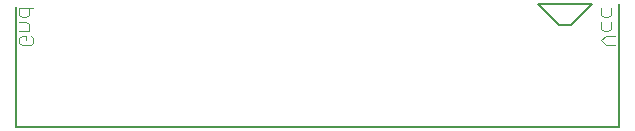
<source format=gbo>
G75*
%MOIN*%
%OFA0B0*%
%FSLAX24Y24*%
%IPPOS*%
%LPD*%
%AMOC8*
5,1,8,0,0,1.08239X$1,22.5*
%
%ADD10C,0.0040*%
%ADD11C,0.0050*%
D10*
X000857Y003499D02*
X000780Y003576D01*
X000780Y003729D01*
X000857Y003806D01*
X001010Y003806D01*
X001010Y003652D01*
X000857Y003499D02*
X001164Y003499D01*
X001240Y003576D01*
X001240Y003729D01*
X001164Y003806D01*
X001087Y003959D02*
X001087Y004189D01*
X001010Y004266D01*
X000780Y004266D01*
X000857Y004420D02*
X001010Y004420D01*
X001087Y004496D01*
X001087Y004727D01*
X001240Y004727D02*
X000780Y004727D01*
X000780Y004496D01*
X000857Y004420D01*
X000780Y003959D02*
X001087Y003959D01*
X020180Y004036D02*
X020180Y004266D01*
X020257Y004420D02*
X020180Y004496D01*
X020180Y004727D01*
X020487Y004727D02*
X020487Y004496D01*
X020410Y004420D01*
X020257Y004420D01*
X020487Y004266D02*
X020487Y004036D01*
X020410Y003959D01*
X020257Y003959D01*
X020180Y004036D01*
X020333Y003806D02*
X020640Y003806D01*
X020640Y003499D02*
X020333Y003499D01*
X020180Y003652D01*
X020333Y003806D01*
D11*
X020760Y000760D02*
X000660Y000760D01*
X000660Y004760D01*
X018060Y004860D02*
X019860Y004860D01*
X019160Y004160D01*
X018760Y004160D01*
X018060Y004860D01*
X020760Y004860D02*
X020760Y000760D01*
M02*

</source>
